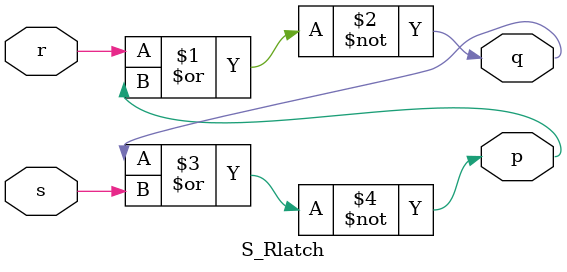
<source format=v>
module S_Rlatch (s,r,q,p);
 input s,r;
 output q,p;  
 
 nor(q,r,p);
 nor(p,q,s);


endmodule
</source>
